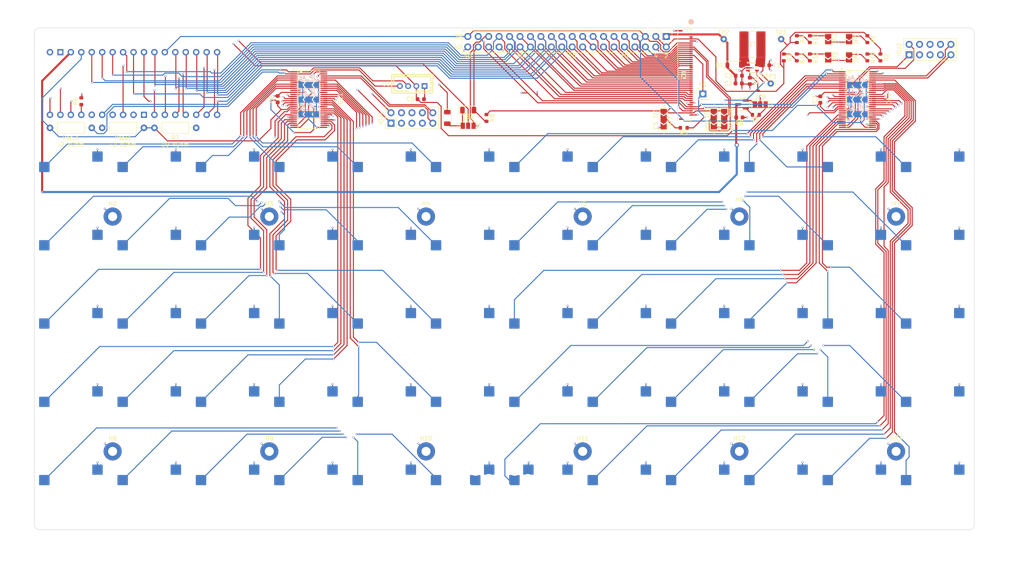
<source format=kicad_pcb>
(kicad_pcb
	(version 20241229)
	(generator "pcbnew")
	(generator_version "9.0")
	(general
		(thickness 1.6)
		(legacy_teardrops no)
	)
	(paper "A4")
	(layers
		(0 "F.Cu" signal)
		(4 "In1.Cu" signal)
		(6 "In2.Cu" signal)
		(2 "B.Cu" signal)
		(9 "F.Adhes" user "F.Adhesive")
		(11 "B.Adhes" user "B.Adhesive")
		(13 "F.Paste" user)
		(15 "B.Paste" user)
		(5 "F.SilkS" user "F.Silkscreen")
		(7 "B.SilkS" user "B.Silkscreen")
		(1 "F.Mask" user)
		(3 "B.Mask" user)
		(17 "Dwgs.User" user "User.Drawings")
		(19 "Cmts.User" user "User.Comments")
		(21 "Eco1.User" user "User.Eco1")
		(23 "Eco2.User" user "User.Eco2")
		(25 "Edge.Cuts" user)
		(27 "Margin" user)
		(31 "F.CrtYd" user "F.Courtyard")
		(29 "B.CrtYd" user "B.Courtyard")
		(35 "F.Fab" user)
		(33 "B.Fab" user)
		(39 "User.1" user)
		(41 "User.2" user)
		(43 "User.3" user)
		(45 "User.4" user)
		(47 "User.5" user)
		(49 "User.6" user)
		(51 "User.7" user)
		(53 "User.8" user)
		(55 "User.9" user)
	)
	(setup
		(stackup
			(layer "F.SilkS"
				(type "Top Silk Screen")
			)
			(layer "F.Paste"
				(type "Top Solder Paste")
			)
			(layer "F.Mask"
				(type "Top Solder Mask")
				(thickness 0.01)
			)
			(layer "F.Cu"
				(type "copper")
				(thickness 0.035)
			)
			(layer "dielectric 1"
				(type "prepreg")
				(thickness 0.1)
				(material "FR4")
				(epsilon_r 4.5)
				(loss_tangent 0.02)
			)
			(layer "In1.Cu"
				(type "copper")
				(thickness 0.035)
			)
			(layer "dielectric 2"
				(type "core")
				(thickness 1.24)
				(material "FR4")
				(epsilon_r 4.5)
				(loss_tangent 0.02)
			)
			(layer "In2.Cu"
				(type "copper")
				(thickness 0.035)
			)
			(layer "dielectric 3"
				(type "prepreg")
				(thickness 0.1)
				(material "FR4")
				(epsilon_r 4.5)
				(loss_tangent 0.02)
			)
			(layer "B.Cu"
				(type "copper")
				(thickness 0.035)
			)
			(layer "B.Mask"
				(type "Bottom Solder Mask")
				(thickness 0.01)
			)
			(layer "B.Paste"
				(type "Bottom Solder Paste")
			)
			(layer "B.SilkS"
				(type "Bottom Silk Screen")
			)
			(copper_finish "HAL lead-free")
			(dielectric_constraints no)
		)
		(pad_to_mask_clearance 0)
		(allow_soldermask_bridges_in_footprints no)
		(tenting front back)
		(pcbplotparams
			(layerselection 0x00000000_00000000_55555555_5755f5ff)
			(plot_on_all_layers_selection 0x00000000_00000000_00000000_00000000)
			(disableapertmacros no)
			(usegerberextensions no)
			(usegerberattributes yes)
			(usegerberadvancedattributes yes)
			(creategerberjobfile yes)
			(dashed_line_dash_ratio 12.000000)
			(dashed_line_gap_ratio 3.000000)
			(svgprecision 4)
			(plotframeref no)
			(mode 1)
			(useauxorigin no)
			(hpglpennumber 1)
			(hpglpenspeed 20)
			(hpglpendiameter 15.000000)
			(pdf_front_fp_property_popups yes)
			(pdf_back_fp_property_popups yes)
			(pdf_metadata yes)
			(pdf_single_document no)
			(dxfpolygonmode yes)
			(dxfimperialunits yes)
			(dxfusepcbnewfont yes)
			(psnegative no)
			(psa4output no)
			(plot_black_and_white yes)
			(sketchpadsonfab no)
			(plotpadnumbers no)
			(hidednponfab no)
			(sketchdnponfab yes)
			(crossoutdnponfab yes)
			(subtractmaskfromsilk no)
			(outputformat 1)
			(mirror no)
			(drillshape 1)
			(scaleselection 1)
			(outputdirectory "")
		)
	)
	(net 0 "")
	(net 1 "/LEDA_{TFT}")
	(net 2 "/LEDK_{TFT}")
	(net 3 "+3.3V")
	(net 4 "+5V")
	(net 5 "Net-(D2-A)")
	(net 6 "~{RST}")
	(net 7 "/~{RST_{TFT{slash}TP}}")
	(net 8 "/CS_{SPI{slash}TFT}")
	(net 9 "/Switch Matrix Left Half/SWPIN_{4,2}")
	(net 10 "/Switch Matrix Left Half/SWPIN_{0,2}")
	(net 11 "/Switch Matrix Left Half/SWPIN_{1,7}")
	(net 12 "/Switch Matrix Left Half/SWPIN_{3,7}")
	(net 13 "/Switch Matrix Left Half/SWPIN_{4,6}")
	(net 14 "/Switch Matrix Left Half/SWPIN_{3,5}")
	(net 15 "/Switch Matrix Left Half/SWPIN_{4,0}")
	(net 16 "/Switch Matrix Left Half/SWPIN_{2,1}")
	(net 17 "/Switch Matrix Left Half/SWPIN_{0,6}")
	(net 18 "/INT_{LR}")
	(net 19 "/Switch Matrix Left Half/SWPIN_{2,0}")
	(net 20 "/Switch Matrix Left Half/SWPIN_{1,2}")
	(net 21 "/Switch Matrix Left Half/SWPIN_{0,7}")
	(net 22 "/Switch Matrix Left Half/SWPIN_{0,4}")
	(net 23 "/Switch Matrix Left Half/SWPIN_{1,5}")
	(net 24 "/Switch Matrix Left Half/SWPIN_{2,2}")
	(net 25 "/Switch Matrix Left Half/SWPIN_{3,3}")
	(net 26 "/Switch Matrix Left Half/SWPIN_{4,3}")
	(net 27 "Net-(IOE1-A2)")
	(net 28 "/Switch Matrix Left Half/SWPIN_{2,6}")
	(net 29 "/Switch Matrix Left Half/SWPIN_{3,0}")
	(net 30 "/Switch Matrix Left Half/SWPIN_{4,7}")
	(net 31 "/Switch Matrix Left Half/SWPIN_{1,0}")
	(net 32 "Net-(IOE1-A0)")
	(net 33 "/Switch Matrix Left Half/SWPIN_{1,3}")
	(net 34 "/Switch Matrix Left Half/SWPIN_{1,4}")
	(net 35 "/Switch Matrix Left Half/SWPIN_{2,4}")
	(net 36 "/Switch Matrix Left Half/SWPIN_{2,5}")
	(net 37 "Net-(IOE1-A1)")
	(net 38 "/Switch Matrix Left Half/SWPIN_{3,1}")
	(net 39 "SCL")
	(net 40 "/Switch Matrix Left Half/SWPIN_{4,4}")
	(net 41 "/Switch Matrix Left Half/SWPIN_{0,0}")
	(net 42 "/Switch Matrix Left Half/SWPIN_{4,5}")
	(net 43 "/Switch Matrix Left Half/SWPIN_{3,6}")
	(net 44 "/Switch Matrix Left Half/SWPIN_{4,1}")
	(net 45 "/Switch Matrix Left Half/SWPIN_{1,1}")
	(net 46 "/Switch Matrix Left Half/SWPIN_{3,4}")
	(net 47 "/Switch Matrix Left Half/SWPIN_{0,3}")
	(net 48 "/Switch Matrix Left Half/SWPIN_{1,6}")
	(net 49 "/Switch Matrix Left Half/SWPIN_{2,7}")
	(net 50 "/Switch Matrix Left Half/SWPIN_{3,2}")
	(net 51 "SDA")
	(net 52 "/Switch Matrix Left Half/SWPIN_{2,3}")
	(net 53 "/Switch Matrix Left Half/SWPIN_{0,5}")
	(net 54 "/Switch Matrix Left Half/SWPIN_{0,1}")
	(net 55 "/Switch Matrix Right Half/SWPIN_{1,6}")
	(net 56 "/Switch Matrix Right Half/SWPIN_{4,4}")
	(net 57 "/Switch Matrix Right Half/SWPIN_{3,4}")
	(net 58 "Net-(IOE2-A0)")
	(net 59 "/Switch Matrix Right Half/SWPIN_{1,0}")
	(net 60 "/Switch Matrix Right Half/SWPIN_{2,3}")
	(net 61 "/Switch Matrix Right Half/SWPIN_{3,6}")
	(net 62 "Net-(IOE2-A1)")
	(net 63 "/Switch Matrix Right Half/SWPIN_{3,0}")
	(net 64 "/Switch Matrix Right Half/SWPIN_{0,2}")
	(net 65 "/Switch Matrix Right Half/SWPIN_{3,2}")
	(net 66 "/Switch Matrix Right Half/SWPIN_{1,3}")
	(net 67 "/Switch Matrix Right Half/SWPIN_{4,6}")
	(net 68 "/Switch Matrix Right Half/SWPIN_{2,4}")
	(net 69 "/Switch Matrix Right Half/SWPIN_{2,6}")
	(net 70 "/Switch Matrix Right Half/SWPIN_{1,4}")
	(net 71 "/Switch Matrix Right Half/SWPIN_{3,7}")
	(net 72 "/Switch Matrix Right Half/SWPIN_{3,5}")
	(net 73 "/Switch Matrix Right Half/SWPIN_{2,5}")
	(net 74 "/Switch Matrix Right Half/SWPIN_{4,5}")
	(net 75 "/Switch Matrix Right Half/SWPIN_{2,0}")
	(net 76 "unconnected-(U1-VBAT-Pad1)")
	(net 77 "/Switch Matrix Right Half/SWPIN_{4,0}")
	(net 78 "GND")
	(net 79 "/Switch Matrix Right Half/SWPIN_{1,2}")
	(net 80 "/Switch Matrix Right Half/SWPIN_{0,3}")
	(net 81 "/Switch Matrix Right Half/SWPIN_{0,7}")
	(net 82 "Net-(IOE2-A2)")
	(net 83 "/Switch Matrix Right Half/SWPIN_{2,2}")
	(net 84 "/Switch Matrix Right Half/SWPIN_{0,1}")
	(net 85 "/Switch Matrix Right Half/SWPIN_{0,4}")
	(net 86 "/Switch Matrix Right Half/SWPIN_{4,7}")
	(net 87 "/Switch Matrix Right Half/SWPIN_{0,0}")
	(net 88 "/Switch Matrix Right Half/SWPIN_{4,3}")
	(net 89 "/Switch Matrix Right Half/SWPIN_{2,7}")
	(net 90 "/Switch Matrix Right Half/SWPIN_{1,1}")
	(net 91 "/Switch Matrix Right Half/SWPIN_{0,5}")
	(net 92 "/Switch Matrix Right Half/SWPIN_{4,2}")
	(net 93 "/Switch Matrix Right Half/SWPIN_{0,6}")
	(net 94 "/Switch Matrix Right Half/SWPIN_{3,1}")
	(net 95 "/G5")
	(net 96 "/Switch Matrix Right Half/SWPIN_{2,1}")
	(net 97 "/Switch Matrix Right Half/SWPIN_{1,7}")
	(net 98 "/Switch Matrix Right Half/SWPIN_{4,1}")
	(net 99 "/Switch Matrix Right Half/SWPIN_{1,5}")
	(net 100 "/R1")
	(net 101 "/R5")
	(net 102 "/B1")
	(net 103 "/G2")
	(net 104 "/Switch Matrix Right Half/SWPIN_{3,3}")
	(net 105 "/SCK_{SPI}")
	(net 106 "/HSYNC_{TFT}")
	(net 107 "/B4")
	(net 108 "/G4")
	(net 109 "/MOSI_{SPI}")
	(net 110 "/IM0")
	(net 111 "+3.3V_{LDO2}")
	(net 112 "/G3")
	(net 113 "/DE_{TFT}")
	(net 114 "/IM1")
	(net 115 "/G1")
	(net 116 "/B2")
	(net 117 "/G0")
	(net 118 "/INT_{TP}")
	(net 119 "/R3")
	(net 120 "Net-(J1-Pin_12)")
	(net 121 "/R2")
	(net 122 "/VSYNC_{TFT}")
	(net 123 "Net-(JP1-A)")
	(net 124 "/B5")
	(net 125 "Net-(JP2-A)")
	(net 126 "/R4")
	(net 127 "Net-(JP3-A)")
	(net 128 "Net-(JP4-A)")
	(net 129 "/B3")
	(net 130 "/INT_{TP}{slash}~{RST_{TFT{slash}TP}}")
	(net 131 "Net-(JP9-A)")
	(net 132 "Net-(Q1-G)")
	(net 133 "/PCLK_{TFT}")
	(net 134 "/BGPWM_{TFT}")
	(net 135 "Net-(R10-Pad1)")
	(net 136 "Net-(R11-Pad2)")
	(net 137 "Net-(R13-Pad2)")
	(net 138 "Net-(R11-Pad1)")
	(net 139 "Net-(JP7-C)")
	(net 140 "/Backlight Boost Converter/VIN_{BST}")
	(net 141 "/Backlight Boost Converter/SW_{BST}")
	(footprint "easyeda2kicad:TSSOP-56_L14.0-W6.1-P0.50-LS8.1-BL" (layer "F.Cu") (at 226.17 55.98 -90))
	(footprint "MountingHole:MountingHole_2.2mm_M2_Pad" (layer "F.Cu") (at 197.485 141.605))
	(footprint "easyeda2kicad:TSSOP-56_L14.0-W6.1-P0.50-LS8.1-BL" (layer "F.Cu") (at 92.77 55.99 -90))
	(footprint "Resistor_SMD:R_0603_1608Metric" (layer "F.Cu") (at 214.63 41.275 -90))
	(footprint "Project_Library:CONN_F3311A7H121040E200_AMP" (layer "F.Cu") (at 184.15 49.975 -90))
	(footprint "easyeda2kicad:CONN-TH_B4B-PH-K-LF-SN" (layer "F.Cu") (at 117.935 52.705))
	(footprint "Capacitor_SMD:C_0603_1608Metric" (layer "F.Cu") (at 203.975 47.625))
	(footprint "Resistor_SMD:R_0603_1608Metric" (layer "F.Cu") (at 211.455 41.275 -90))
	(footprint "TestPoint:TestPoint_THTPad_D1.5mm_Drill0.7mm" (layer "F.Cu") (at 207.645 41.275))
	(footprint "Resistor_THT:R_Axial_DIN0207_L6.3mm_D2.5mm_P10.16mm_Horizontal" (layer "F.Cu") (at 55.245 62.865))
	(footprint "Resistor_SMD:R_0603_1608Metric" (layer "F.Cu") (at 37.465 56.388 90))
	(footprint "Connector_PinHeader_2.54mm:PinHeader_2x05_P2.54mm_Vertical" (layer "F.Cu") (at 112.776 61.727 90))
	(footprint "Project_Library:IND_BOURNS_SRR5028" (layer "F.Cu") (at 200.66 42.545 180))
	(footprint "MountingHole:MountingHole_2.2mm_M2_Pad" (layer "F.Cu") (at 121.285 84.455))
	(footprint "UnexpectedMaker:ProS3_TH" (layer "F.Cu") (at 50.165 52.05 90))
	(footprint "Diode_SMD:D_SOD-123" (layer "F.Cu") (at 196.215 47.625))
	(footprint "Resistor_SMD:R_0603_1608Metric" (layer "F.Cu") (at 211.455 45.72 -90))
	(footprint "Resistor_SMD:R_0603_1608Metric" (layer "F.Cu") (at 228.6 41.275 -90))
	(footprint "Connector_PinHeader_2.54mm:PinHeader_1x01_P2.54mm_Vertical" (layer "F.Cu") (at 188.595 54.61))
	(footprint "MountingHole:MountingHole_2.2mm_M2_Pad" (layer "F.Cu") (at 45.085 84.455))
	(footprint "Resistor_SMD:R_0603_1608Metric" (layer "F.Cu") (at 135.987 60.452 -90))
	(footprint "Jumper:SolderJumper-2_P1.3mm_Open_TrianglePad1.0x1.5mm" (layer "F.Cu") (at 224.155 41.275 -90))
	(footprint "MountingHole:MountingHole_2.2mm_M2_Pad" (layer "F.Cu") (at 83.185 141.605))
	(footprint "Jumper:SolderJumper-2_P1.3mm_Open_TrianglePad1.0x1.5mm" (layer "F.Cu") (at 224.155 45.72 -90))
	(footprint "Capacitor_SMD:C_0603_1608Metric" (layer "F.Cu") (at 217.17 55.98 90))
	(footprint "Resistor_THT:R_Axial_DIN0207_L6.3mm_D2.5mm_P10.16mm_Horizontal" (layer "F.Cu") (at 29.845 62.865))
	(footprint "PCM_JLCPCB:Q_SOT-23" (layer "F.Cu") (at 198.12 57.15 180))
	(footprint "Jumper:SolderJumper-3_P1.3mm_Open_Pad1.0x1.5mm_NumberLabels" (layer "F.Cu") (at 131.542 62.357))
	(footprint "MountingHole:MountingHole_2.2mm_M2_Pad" (layer "F.Cu") (at 159.385 84.455))
	(footprint "Jumper:SolderJumper-2_P1.3mm_Open_TrianglePad1.0x1.5mm" (layer "F.Cu") (at 219.075 45.72 -90))
	(footprint "MountingHole:MountingHole_2.2mm_M2_Pad" (layer "F.Cu") (at 235.585 84.455))
	(footprint "Resistor_SMD:R_0603_1608Metric" (layer "F.Cu") (at 208.28 45.72 -90))
	(footprint "Jumper:SolderJumper-2_P1.3mm_Open_TrianglePad1.0x1.5mm" (layer "F.Cu") (at 219.075 41.275 -90))
	(footprint "PCM_JLCPCB:D_SOD-123FL" (layer "F.Cu") (at 126.462 60.452 -90))
	(footprint "Resistor_SMD:R_0603_1608Metric"
		(layer "F.Cu")
		(uuid "94b58f35-dc6e-4854-b9bc-c8f92f6a87af")
		(at 231.775 45.72 -90)
		(descr "Resistor SMD 0603 (1608 Metric), square (rectangular) end terminal, IPC-7351 nominal, (Body size source: IPC-SM-782 page 72, https://www.pcb-3d.com/wordpress/wp-content/uploads/ipc-sm-782a_amendment_1_and_2.pdf), generated with kicad-footprint-generator")
		(tags "resistor")
		(property "Reference" "R2"
			(at 0 -1.43 90)
			(layer "F.SilkS")
			(uuid "042f0d98-1a2e-478a-96c6-c3626378b53a")
			(effects
				(font
					(size 1 1)
					(thickness 0.15)
				)
			)
		)
		(property "Value" "20 Ohm"
			(at 0 1.43 90)
			(layer "F.Fab")
			(uuid "116e6338-158d-4e2a-8b93-de31b57d2a5d")
			(effects
				(font
					(size 1 1)
					(thickness 0.15)
				)
			)
		)
		(property "Datasheet" "~"
			(at 0 0 90)
			(layer "F.Fab")
			(hide yes)
			(uuid "c8cb7783-45f9-45ea-ad15-07e692b9fee5")
			(effects
				(font
					(size 1.27 1.27)
					(thickness 0.15)
				)
			)
		)
		(property "Description" "Resistor"
			(at 0 0 90)
			(layer "F.Fab")
			(hide yes)
			(uuid "8c6cd404-fea5-4054-8257-77977a8d902d")
			(effects
				(font
					(size 1.27 1.27)
					(thickness 0.15)
				)
			)
		)
		(property "LCSC" ""
			(at 0 0 90)
			(layer "F.SilkS")
			(hide yes)
			(uuid "4292f85d-c8e0-4f0e-9d0f-21108b697875")
			(effects
				(font
					(size 1.27 1.27)
					(thickness 0.15)
				)
			)
		)
		(property ki_fp_filters "R_*")
		(path "/628f2de5-a5de-421c-af90-8153f9f7644b/22abb952-478a-46a0-ada1-733d1b8a97b5")
		(sheetname "/Backlight Boost Converter/")
		(sheetfile "backlight_boost_converter.kicad_sch")
		(attr smd)
		(fp_line
			(start -0.237258 0.5225)
			(end 0.237258 0.5225)
			(stroke
				(width 0.12)
				(type solid)
			)
			(layer "F.SilkS")
			(uuid "f941ef98-b5f4-4475-bc23-6ae9ba3efb5d")
		)
		(fp_line
			(start -0.237258 -0.5225)
			(end 0.237258 -0.5225)
			(stroke
				(width 0.12)
				(type solid)
			)
			(layer "F.SilkS")
			(uuid "6885c2c4-4ae2-4a8a-8299-1ada162b06f8")
		)
		(fp_line
			(start -1.48 0.73)
			(end -1.48 -0.73)
			(stroke
				(width 0.05)
				(type solid)
			)
			(layer "F.CrtYd")
			(uuid "801a5bfe-1fe3-47b6-b7ae-415b0c2ddce4")
		)
		(fp_line
			(start 1.48 0.73)
			(end -1.48 0.73)
			(stroke
				(width 0.05)
				(type solid)
			)
			(layer "F.CrtYd")
			(uuid "f6eebaee-b194-41b2-b05d-65841cf32eb6")
		)
		(fp_line
			(start -1.48 -0.73)
			(end 1.48 -0.73)
			(stroke
				(width 0
... [1729101 chars truncated]
</source>
